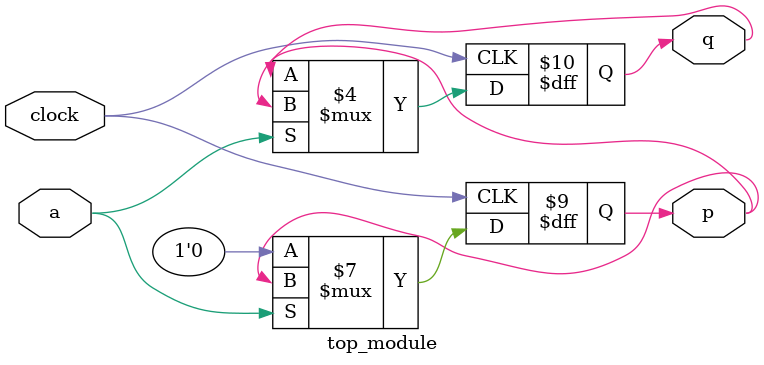
<source format=sv>
module top_module (
    input clock,
    input a, 
    output reg p,
    output reg q
);

always @(posedge clock) begin
    if (a == 0) begin
        p <= 0;
        q <= q;
    end
    else begin
        p <= p;
        q <= p;
    end
end

endmodule

</source>
